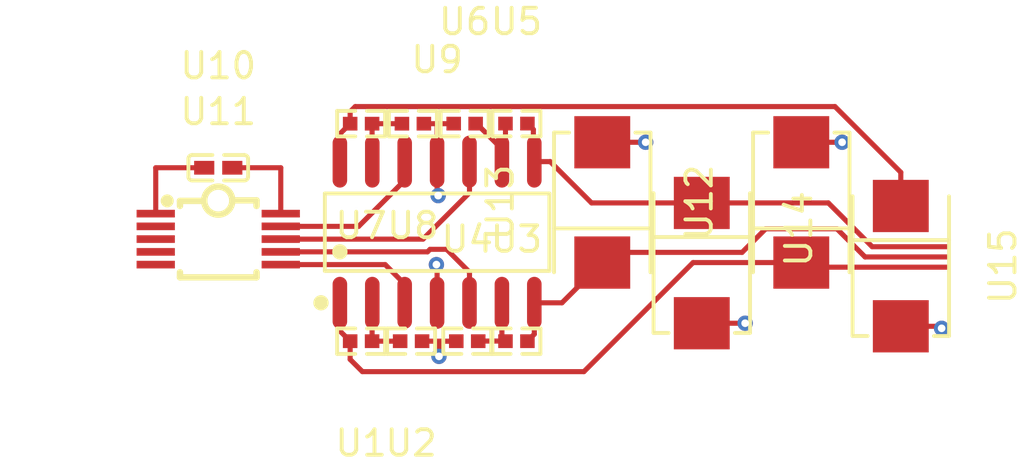
<source format=kicad_pcb>
(kicad_pcb (version 20240108) (generator "pcbnew") (generator_version "8.0")
  (layers (0 "F.Cu" signal) (31 "B.Cu" signal) (34 "B.Paste" user) (35 "F.Paste" user) (36 "B.SilkS" user "B.Silkscreen") (37 "F.SilkS" user "F.Silkscreen") (38 "B.Mask" user) (39 "F.Mask" user) (44 "Edge.Cuts" user))
  (net 0 "")
  (net 1 "line-1")
  (net 2 "input_1")
  (net 3 "hv-1")
  (net 4 "negative_terminal_1")
  (net 5 "output_terminal_1")
  (net 6 "output_terminal_2")
  (net 7 "input_4")
  (net 8 "negative_terminal_4")
  (net 9 "negative_terminal_2")
  (net 10 "negative_terminal_3")
  (net 11 "gnd-1")
  (net 12 "input_2")
  (net 13 "input_3")
  (net 14 "output_terminal_3")
  (net 15 "output_terminal_4")
  (net 16 "hv")
  (net 17 "LDACh")
  (net 18 "RDY_BSYh")
  (net 19 "line")
  (net 20 "gnd")
  (footprint "atopile:SMB_L4.6-W3.6-LS5.3-RD-330cb3" (layer "F.Cu") (at 187 80.06 -90)
    (property "Reference" "U15" (hide yes))
    (property "Value" "")
    (fp_line (start -2.74 1.89) (end 2.74 1.89) (stroke (width 0.15)) (layer "F.SilkS"))
    (fp_line (start 2.74 1.89) (end 2.74 1.3) (stroke (width 0.15)) (layer "F.SilkS"))
    (fp_line (start -2.74 -1.89) (end 2.74 -1.89) (stroke (width 0.15)) (layer "F.SilkS"))
    (fp_line (start -1.02 -1.89) (end -1.02 1.89) (stroke (width 0.15)) (layer "F.SilkS"))
    (fp_line (start 2.74 -1.89) (end 2.74 -1.3) (stroke (width 0.15)) (layer "F.SilkS"))
    (fp_text user "${REFERENCE}" (at 0 -4 90) (layer "F.SilkS"))
    (pad "1" smd rect (at -2.36 0 270) (size 2.05 2.19) (layers "F.Cu" "F.Paste" "F.Mask") (net 15 "output_terminal_4"))
    (pad "2" smd rect (at 2.36 0 270) (size 2.05 2.19) (layers "F.Cu" "F.Paste" "F.Mask") (net 20 "gnd"))
  )
  (footprint "atopile:SMB_L4.6-W3.6-LS5.3-RD-330cb3" (layer "F.Cu") (at 179.2 79.94 -90)
    (property "Reference" "U14" (hide yes))
    (property "Value" "")
    (fp_line (start -2.74 1.89) (end 2.74 1.89) (stroke (width 0.15)) (layer "F.SilkS"))
    (fp_line (start 2.74 1.89) (end 2.74 1.3) (stroke (width 0.15)) (layer "F.SilkS"))
    (fp_line (start -2.74 -1.89) (end 2.74 -1.89) (stroke (width 0.15)) (layer "F.SilkS"))
    (fp_line (start -1.02 -1.89) (end -1.02 1.89) (stroke (width 0.15)) (layer "F.SilkS"))
    (fp_line (start 2.74 -1.89) (end 2.74 -1.3) (stroke (width 0.15)) (layer "F.SilkS"))
    (fp_text user "${REFERENCE}" (at -1.34 -3.8 90) (layer "F.SilkS"))
    (pad "1" smd rect (at -2.36 0 270) (size 2.05 2.19) (layers "F.Cu" "F.Paste" "F.Mask") (net 14 "output_terminal_3"))
    (pad "2" smd rect (at 2.36 0 270) (size 2.05 2.19) (layers "F.Cu" "F.Paste" "F.Mask") (net 20 "gnd"))
  )
  (footprint "atopile:R0402-56259e" (layer "F.Cu") (at 165.849369 74.470678 180)
    (property "Reference" "U7" (hide yes))
    (property "Value" "240kΩ ±1% 62.5mW")
    (fp_line (start 0.94 0.5) (end 0.94 -0.5) (stroke (width 0.15)) (layer "F.SilkS"))
    (fp_line (start 0.94 -0.5) (end 0.23 -0.5) (stroke (width 0.15)) (layer "F.SilkS"))
    (fp_line (start 0.23 0.5) (end 0.94 0.5) (stroke (width 0.15)) (layer "F.SilkS"))
    (fp_line (start -0.23 0.5) (end -0.94 0.5) (stroke (width 0.15)) (layer "F.SilkS"))
    (fp_line (start -0.94 0.5) (end -0.94 -0.5) (stroke (width 0.15)) (layer "F.SilkS"))
    (fp_line (start -0.94 -0.5) (end -0.23 -0.5) (stroke (width 0.15)) (layer "F.SilkS"))
    (fp_text user "${REFERENCE}" (at 0 -4 360) (layer "F.SilkS"))
    (pad "1" smd rect (at -0.43 0 180) (size 0.57 0.54) (layers "F.Cu" "F.Paste" "F.Mask") (net 8 "negative_terminal_4"))
    (pad "2" smd rect (at 0.43 0 180) (size 0.57 0.54) (layers "F.Cu" "F.Paste" "F.Mask") (net 15 "output_terminal_4"))
  )
  (footprint "atopile:C0402-b3ef17" (layer "F.Cu") (at 160.25 76.2 0)
    (property "Reference" "U10" (hide yes))
    (property "Value" "100nF ±10% 16V X7R")
    (fp_line (start -1.17 0.35) (end -1.17 -0.35) (stroke (width 0.15)) (layer "F.SilkS"))
    (fp_line (start -1.02 -0.5) (end -0.23 -0.5) (stroke (width 0.15)) (layer "F.SilkS"))
    (fp_line (start -0.23 0.5) (end -1.02 0.5) (stroke (width 0.15)) (layer "F.SilkS"))
    (fp_line (start 0.23 0.5) (end 1.02 0.5) (stroke (width 0.15)) (layer "F.SilkS"))
    (fp_line (start 1.02 -0.5) (end 0.23 -0.5) (stroke (width 0.15)) (layer "F.SilkS"))
    (fp_line (start 1.17 0.35) (end 1.17 -0.35) (stroke (width 0.15)) (layer "F.SilkS"))
    (fp_arc (start -1.17 -0.35) (mid -1.126066 -0.456066) (end -1.02 -0.5) (stroke (width 0.15)) (layer "F.SilkS"))
    (fp_arc (start -1.02 0.5) (mid -1.126066 0.456066) (end -1.17 0.35) (stroke (width 0.15)) (layer "F.SilkS"))
    (fp_arc (start 1.02 -0.5) (mid 1.126066 -0.456066) (end 1.17 -0.35) (stroke (width 0.15)) (layer "F.SilkS"))
    (fp_arc (start 1.17 0.35) (mid 1.126066 0.456066) (end 1.02 0.5) (stroke (width 0.15)) (layer "F.SilkS"))
    (fp_text user "${REFERENCE}" (at 0 -4 0) (layer "F.SilkS"))
    (pad "1" smd rect (at -0.55 0 0) (size 0.79 0.54) (layers "F.Cu" "F.Paste" "F.Mask") (net 3 "hv-1"))
    (pad "2" smd rect (at 0.55 0 0) (size 0.79 0.54) (layers "F.Cu" "F.Paste" "F.Mask") (net 11 "gnd-1"))
  )
  (footprint "atopile:R0402-56259e" (layer "F.Cu") (at 171.93675 74.466924 0)
    (property "Reference" "U5" (hide yes))
    (property "Value" "240kΩ ±1% 62.5mW")
    (fp_line (start -0.94 -0.5) (end -0.23 -0.5) (stroke (width 0.15)) (layer "F.SilkS"))
    (fp_line (start -0.94 0.5) (end -0.94 -0.5) (stroke (width 0.15)) (layer "F.SilkS"))
    (fp_line (start -0.23 0.5) (end -0.94 0.5) (stroke (width 0.15)) (layer "F.SilkS"))
    (fp_line (start 0.23 0.5) (end 0.94 0.5) (stroke (width 0.15)) (layer "F.SilkS"))
    (fp_line (start 0.94 -0.5) (end 0.23 -0.5) (stroke (width 0.15)) (layer "F.SilkS"))
    (fp_line (start 0.94 0.5) (end 0.94 -0.5) (stroke (width 0.15)) (layer "F.SilkS"))
    (fp_text user "${REFERENCE}" (at 0 -4 360) (layer "F.SilkS"))
    (pad "1" smd rect (at -0.43 0 0) (size 0.57 0.54) (layers "F.Cu" "F.Paste" "F.Mask") (net 10 "negative_terminal_3"))
    (pad "2" smd rect (at 0.43 0 0) (size 0.57 0.54) (layers "F.Cu" "F.Paste" "F.Mask") (net 14 "output_terminal_3"))
  )
  (footprint "atopile:SMB_L4.6-W3.6-LS5.3-RD-330cb3" (layer "F.Cu") (at 175.3 77.56 90)
    (property "Reference" "U13" (hide yes))
    (property "Value" "")
    (fp_line (start 2.74 -1.89) (end 2.74 -1.3) (stroke (width 0.15)) (layer "F.SilkS"))
    (fp_line (start -1.02 -1.89) (end -1.02 1.89) (stroke (width 0.15)) (layer "F.SilkS"))
    (fp_line (start -2.74 -1.89) (end 2.74 -1.89) (stroke (width 0.15)) (layer "F.SilkS"))
    (fp_line (start 2.74 1.89) (end 2.74 1.3) (stroke (width 0.15)) (layer "F.SilkS"))
    (fp_line (start -2.74 1.89) (end 2.74 1.89) (stroke (width 0.15)) (layer "F.SilkS"))
    (fp_text user "${REFERENCE}" (at 0 -4 90) (layer "F.SilkS"))
    (pad "1" smd rect (at -2.36 0 90) (size 2.05 2.19) (layers "F.Cu" "F.Paste" "F.Mask") (net 6 "output_terminal_2"))
    (pad "2" smd rect (at 2.36 0 90) (size 2.05 2.19) (layers "F.Cu" "F.Paste" "F.Mask") (net 20 "gnd"))
  )
  (footprint "atopile:R0402-56259e" (layer "F.Cu") (at 167.878496 74.470678 180)
    (property "Reference" "U8" (hide yes))
    (property "Value" "33kΩ ±1% 62.5mW")
    (fp_line (start 0.94 0.5) (end 0.94 -0.5) (stroke (width 0.15)) (layer "F.SilkS"))
    (fp_line (start 0.94 -0.5) (end 0.23 -0.5) (stroke (width 0.15)) (layer "F.SilkS"))
    (fp_line (start 0.23 0.5) (end 0.94 0.5) (stroke (width 0.15)) (layer "F.SilkS"))
    (fp_line (start -0.23 0.5) (end -0.94 0.5) (stroke (width 0.15)) (layer "F.SilkS"))
    (fp_line (start -0.94 0.5) (end -0.94 -0.5) (stroke (width 0.15)) (layer "F.SilkS"))
    (fp_line (start -0.94 -0.5) (end -0.23 -0.5) (stroke (width 0.15)) (layer "F.SilkS"))
    (fp_text user "${REFERENCE}" (at 0 -4 360) (layer "F.SilkS"))
    (pad "1" smd rect (at -0.43 0 180) (size 0.57 0.54) (layers "F.Cu" "F.Paste" "F.Mask") (net 20 "gnd"))
    (pad "2" smd rect (at 0.43 0 180) (size 0.57 0.54) (layers "F.Cu" "F.Paste" "F.Mask") (net 8 "negative_terminal_4"))
  )
  (footprint "atopile:R0402-56259e" (layer "F.Cu") (at 170.008502 83.004529 0)
    (property "Reference" "U4" (hide yes))
    (property "Value" "33kΩ ±1% 62.5mW")
    (fp_line (start -0.94 -0.5) (end -0.23 -0.5) (stroke (width 0.15)) (layer "F.SilkS"))
    (fp_line (start -0.94 0.5) (end -0.94 -0.5) (stroke (width 0.15)) (layer "F.SilkS"))
    (fp_line (start -0.23 0.5) (end -0.94 0.5) (stroke (width 0.15)) (layer "F.SilkS"))
    (fp_line (start 0.23 0.5) (end 0.94 0.5) (stroke (width 0.15)) (layer "F.SilkS"))
    (fp_line (start 0.94 -0.5) (end 0.23 -0.5) (stroke (width 0.15)) (layer "F.SilkS"))
    (fp_line (start 0.94 0.5) (end 0.94 -0.5) (stroke (width 0.15)) (layer "F.SilkS"))
    (fp_text user "${REFERENCE}" (at 0 -4 360) (layer "F.SilkS"))
    (pad "1" smd rect (at -0.43 0 0) (size 0.57 0.54) (layers "F.Cu" "F.Paste" "F.Mask") (net 20 "gnd"))
    (pad "2" smd rect (at 0.43 0 0) (size 0.57 0.54) (layers "F.Cu" "F.Paste" "F.Mask") (net 9 "negative_terminal_2"))
  )
  (footprint "atopile:R0402-56259e" (layer "F.Cu") (at 169.907623 74.468623 0)
    (property "Reference" "U6" (hide yes))
    (property "Value" "33kΩ ±1% 62.5mW")
    (fp_line (start -0.94 -0.5) (end -0.23 -0.5) (stroke (width 0.15)) (layer "F.SilkS"))
    (fp_line (start -0.94 0.5) (end -0.94 -0.5) (stroke (width 0.15)) (layer "F.SilkS"))
    (fp_line (start -0.23 0.5) (end -0.94 0.5) (stroke (width 0.15)) (layer "F.SilkS"))
    (fp_line (start 0.23 0.5) (end 0.94 0.5) (stroke (width 0.15)) (layer "F.SilkS"))
    (fp_line (start 0.94 -0.5) (end 0.23 -0.5) (stroke (width 0.15)) (layer "F.SilkS"))
    (fp_line (start 0.94 0.5) (end 0.94 -0.5) (stroke (width 0.15)) (layer "F.SilkS"))
    (fp_text user "${REFERENCE}" (at 0 -4 360) (layer "F.SilkS"))
    (pad "1" smd rect (at -0.43 0 0) (size 0.57 0.54) (layers "F.Cu" "F.Paste" "F.Mask") (net 20 "gnd"))
    (pad "2" smd rect (at 0.43 0 0) (size 0.57 0.54) (layers "F.Cu" "F.Paste" "F.Mask") (net 10 "negative_terminal_3"))
  )
  (footprint "atopile:R0402-56259e" (layer "F.Cu") (at 165.849369 83.004529 180)
    (property "Reference" "U1" (hide yes))
    (property "Value" "240kΩ ±1% 62.5mW")
    (fp_line (start 0.94 0.5) (end 0.94 -0.5) (stroke (width 0.15)) (layer "F.SilkS"))
    (fp_line (start 0.94 -0.5) (end 0.23 -0.5) (stroke (width 0.15)) (layer "F.SilkS"))
    (fp_line (start 0.23 0.5) (end 0.94 0.5) (stroke (width 0.15)) (layer "F.SilkS"))
    (fp_line (start -0.23 0.5) (end -0.94 0.5) (stroke (width 0.15)) (layer "F.SilkS"))
    (fp_line (start -0.94 0.5) (end -0.94 -0.5) (stroke (width 0.15)) (layer "F.SilkS"))
    (fp_line (start -0.94 -0.5) (end -0.23 -0.5) (stroke (width 0.15)) (layer "F.SilkS"))
    (fp_text user "${REFERENCE}" (at 0 -4 360) (layer "F.SilkS"))
    (pad "1" smd rect (at -0.43 0 180) (size 0.57 0.54) (layers "F.Cu" "F.Paste" "F.Mask") (net 4 "negative_terminal_1"))
    (pad "2" smd rect (at 0.43 0 180) (size 0.57 0.54) (layers "F.Cu" "F.Paste" "F.Mask") (net 5 "output_terminal_1"))
  )
  (footprint "atopile:MSOP-10_L3.0-W3.0-P0.50-LS5.0-TL-ee3c6b" (layer "F.Cu") (at 160.25 79 0)
    (property "Reference" "U11" (hide yes))
    (property "Value" "")
    (fp_line (start -1.5 -1.3) (end -1.5 -1.5) (stroke (width 0.25)) (layer "F.SilkS"))
    (fp_line (start -1.5 1.5) (end -1.5 1.3) (stroke (width 0.25)) (layer "F.SilkS"))
    (fp_line (start -0.55 -1.5) (end -1.5 -1.5) (stroke (width 0.25)) (layer "F.SilkS"))
    (fp_line (start 1.5 -1.52) (end 0.55 -1.52) (stroke (width 0.25)) (layer "F.SilkS"))
    (fp_line (start 1.5 -1.3) (end 1.5 -1.52) (stroke (width 0.25)) (layer "F.SilkS"))
    (fp_line (start 1.5 1.5) (end -1.5 1.5) (stroke (width 0.25)) (layer "F.SilkS"))
    (fp_line (start 1.5 1.5) (end 1.5 1.3) (stroke (width 0.25)) (layer "F.SilkS"))
    (fp_arc (start -0.550091 -1.5096) (mid 0.550066 -1.515228) (end -0.55 -1.5) (stroke (width 0.25)) (layer "F.SilkS"))
    (fp_circle (center -2 -1.5) (end -1.87 -1.5) (stroke (width 0.25)) (fill none) (layer "F.SilkS"))
    (fp_text user "${REFERENCE}" (at 0 -5 0) (layer "F.SilkS"))
    (pad "1" smd rect (at -2.45 -1 0) (size 1.5 0.3) (layers "F.Cu" "F.Paste" "F.Mask") (net 3 "hv-1"))
    (pad "2" smd rect (at -2.45 -0.5 0) (size 1.5 0.3) (layers "F.Cu" "F.Paste" "F.Mask") (net 19 "line"))
    (pad "3" smd rect (at -2.45 0 0) (size 1.5 0.3) (layers "F.Cu" "F.Paste" "F.Mask") (net 1 "line-1"))
    (pad "4" smd rect (at -2.45 0.5 0) (size 1.5 0.3) (layers "F.Cu" "F.Paste" "F.Mask") (net 17 "LDACh"))
    (pad "5" smd rect (at -2.45 1 0) (size 1.5 0.3) (layers "F.Cu" "F.Paste" "F.Mask") (net 18 "RDY_BSYh"))
    (pad "6" smd rect (at 2.45 1 0) (size 1.5 0.3) (layers "F.Cu" "F.Paste" "F.Mask") (net 2 "input_1"))
    (pad "7" smd rect (at 2.45 0.5 0) (size 1.5 0.3) (layers "F.Cu" "F.Paste" "F.Mask") (net 12 "input_2"))
    (pad "8" smd rect (at 2.45 0 0) (size 1.5 0.3) (layers "F.Cu" "F.Paste" "F.Mask") (net 13 "input_3"))
    (pad "9" smd rect (at 2.45 -0.5 0) (size 1.5 0.3) (layers "F.Cu" "F.Paste" "F.Mask") (net 7 "input_4"))
    (pad "10" smd rect (at 2.45 -1 0) (size 1.5 0.3) (layers "F.Cu" "F.Paste" "F.Mask") (net 11 "gnd-1"))
  )
  (footprint "atopile:R0402-56259e" (layer "F.Cu") (at 171.93675 83.004529 0)
    (property "Reference" "U3" (hide yes))
    (property "Value" "240kΩ ±1% 62.5mW")
    (fp_line (start -0.94 -0.5) (end -0.23 -0.5) (stroke (width 0.15)) (layer "F.SilkS"))
    (fp_line (start -0.94 0.5) (end -0.94 -0.5) (stroke (width 0.15)) (layer "F.SilkS"))
    (fp_line (start -0.23 0.5) (end -0.94 0.5) (stroke (width 0.15)) (layer "F.SilkS"))
    (fp_line (start 0.23 0.5) (end 0.94 0.5) (stroke (width 0.15)) (layer "F.SilkS"))
    (fp_line (start 0.94 -0.5) (end 0.23 -0.5) (stroke (width 0.15)) (layer "F.SilkS"))
    (fp_line (start 0.94 0.5) (end 0.94 -0.5) (stroke (width 0.15)) (layer "F.SilkS"))
    (fp_text user "${REFERENCE}" (at 0 -4 360) (layer "F.SilkS"))
    (pad "1" smd rect (at -0.43 0 0) (size 0.57 0.54) (layers "F.Cu" "F.Paste" "F.Mask") (net 9 "negative_terminal_2"))
    (pad "2" smd rect (at 0.43 0 0) (size 0.57 0.54) (layers "F.Cu" "F.Paste" "F.Mask") (net 6 "output_terminal_2"))
  )
  (footprint "atopile:R0402-56259e" (layer "F.Cu") (at 167.808502 83.004529 180)
    (property "Reference" "U2" (hide yes))
    (property "Value" "33kΩ ±1% 62.5mW")
    (fp_line (start 0.94 0.5) (end 0.94 -0.5) (stroke (width 0.15)) (layer "F.SilkS"))
    (fp_line (start 0.94 -0.5) (end 0.23 -0.5) (stroke (width 0.15)) (layer "F.SilkS"))
    (fp_line (start 0.23 0.5) (end 0.94 0.5) (stroke (width 0.15)) (layer "F.SilkS"))
    (fp_line (start -0.23 0.5) (end -0.94 0.5) (stroke (width 0.15)) (layer "F.SilkS"))
    (fp_line (start -0.94 0.5) (end -0.94 -0.5) (stroke (width 0.15)) (layer "F.SilkS"))
    (fp_line (start -0.94 -0.5) (end -0.23 -0.5) (stroke (width 0.15)) (layer "F.SilkS"))
    (fp_text user "${REFERENCE}" (at 0 -4 360) (layer "F.SilkS"))
    (pad "1" smd rect (at -0.43 0 180) (size 0.57 0.54) (layers "F.Cu" "F.Paste" "F.Mask") (net 20 "gnd"))
    (pad "2" smd rect (at 0.43 0 180) (size 0.57 0.54) (layers "F.Cu" "F.Paste" "F.Mask") (net 4 "negative_terminal_1"))
  )
  (footprint "atopile:SOIC-14_L8.7-W3.9-P1.27-LS6.0-BL-988152" (layer "F.Cu") (at 168.826751 78.729318 0)
    (property "Reference" "U9" (hide yes))
    (property "Value" "")
    (fp_line (start -4.4 -1.52) (end 4.4 -1.52) (stroke (width 0.15)) (layer "F.SilkS"))
    (fp_line (start -4.4 1.52) (end -4.4 -1.52) (stroke (width 0.15)) (layer "F.SilkS"))
    (fp_line (start 4.4 -1.52) (end 4.4 1.52) (stroke (width 0.15)) (layer "F.SilkS"))
    (fp_line (start 4.4 1.52) (end -4.4 1.52) (stroke (width 0.15)) (layer "F.SilkS"))
    (fp_circle (center -4.55 2.77) (end -4.4 2.77) (stroke (width 0.3)) (fill none) (layer "F.SilkS"))
    (fp_circle (center -3.81 0.77) (end -3.66 0.77) (stroke (width 0.3)) (fill none) (layer "F.SilkS"))
    (fp_text user "${REFERENCE}" (at 0 -6.77 360) (layer "F.SilkS"))
    (pad "1" smd oval (at -3.81 2.77 0) (size 0.57 2.04) (layers "F.Cu" "F.Paste" "F.Mask") (net 5 "output_terminal_1"))
    (pad "2" smd oval (at -2.54 2.77 0) (size 0.57 2.04) (layers "F.Cu" "F.Paste" "F.Mask") (net 4 "negative_terminal_1"))
    (pad "3" smd oval (at -1.27 2.77 0) (size 0.57 2.04) (layers "F.Cu" "F.Paste" "F.Mask") (net 2 "input_1"))
    (pad "4" smd oval (at 0 2.77 0) (size 0.57 2.04) (layers "F.Cu" "F.Paste" "F.Mask") (net 16 "hv"))
    (pad "5" smd oval (at 1.27 2.77 0) (size 0.57 2.04) (layers "F.Cu" "F.Paste" "F.Mask") (net 12 "input_2"))
    (pad "6" smd oval (at 2.54 2.77 0) (size 0.57 2.04) (layers "F.Cu" "F.Paste" "F.Mask") (net 9 "negative_terminal_2"))
    (pad "7" smd oval (at 3.81 2.77 0) (size 0.57 2.04) (layers "F.Cu" "F.Paste" "F.Mask") (net 6 "output_terminal_2"))
    (pad "8" smd oval (at 3.81 -2.77 0) (size 0.57 2.04) (layers "F.Cu" "F.Paste" "F.Mask") (net 14 "output_terminal_3"))
    (pad "9" smd oval (at 2.54 -2.77 0) (size 0.57 2.04) (layers "F.Cu" "F.Paste" "F.Mask") (net 10 "negative_terminal_3"))
    (pad "10" smd oval (at 1.27 -2.77 0) (size 0.57 2.04) (layers "F.Cu" "F.Paste" "F.Mask") (net 13 "input_3"))
    (pad "11" smd oval (at 0 -2.77 0) (size 0.57 2.04) (layers "F.Cu" "F.Paste" "F.Mask") (net 20 "gnd"))
    (pad "12" smd oval (at -1.27 -2.77 0) (size 0.57 2.04) (layers "F.Cu" "F.Paste" "F.Mask") (net 7 "input_4"))
    (pad "13" smd oval (at -2.54 -2.77 0) (size 0.57 2.04) (layers "F.Cu" "F.Paste" "F.Mask") (net 8 "negative_terminal_4"))
    (pad "14" smd oval (at -3.81 -2.77 0) (size 0.57 2.04) (layers "F.Cu" "F.Paste" "F.Mask") (net 15 "output_terminal_4"))
  )
  (footprint "atopile:SMB_L4.6-W3.6-LS5.3-RD-330cb3" (layer "F.Cu") (at 183.1 77.56 90)
    (property "Reference" "U12" (hide yes))
    (property "Value" "")
    (fp_line (start 2.74 -1.89) (end 2.74 -1.3) (stroke (width 0.15)) (layer "F.SilkS"))
    (fp_line (start -1.02 -1.89) (end -1.02 1.89) (stroke (width 0.15)) (layer "F.SilkS"))
    (fp_line (start -2.74 -1.89) (end 2.74 -1.89) (stroke (width 0.15)) (layer "F.SilkS"))
    (fp_line (start 2.74 1.89) (end 2.74 1.3) (stroke (width 0.15)) (layer "F.SilkS"))
    (fp_line (start -2.74 1.89) (end 2.74 1.89) (stroke (width 0.15)) (layer "F.SilkS"))
    (fp_text user "${REFERENCE}" (at 0 -4 90) (layer "F.SilkS"))
    (pad "1" smd rect (at -2.36 0 90) (size 2.05 2.19) (layers "F.Cu" "F.Paste" "F.Mask") (net 5 "output_terminal_1"))
    (pad "2" smd rect (at 2.36 0 90) (size 2.05 2.19) (layers "F.Cu" "F.Paste" "F.Mask") (net 20 "gnd"))
  )
  (via (at 168.8 80) (size 0.6) (drill 0.3) (net 16) (layers "F.Cu" "B.Cu"))
  (via (at 180.9 82.3) (size 0.6) (drill 0.3) (net 20) (layers "F.Cu" "B.Cu"))
  (via (at 177 75.2) (size 0.6) (drill 0.3) (net 20) (layers "F.Cu" "B.Cu"))
  (via (at 188.6 82.5) (size 0.6) (drill 0.3) (net 20) (layers "F.Cu" "B.Cu"))
  (via (at 184.7 75.2) (size 0.6) (drill 0.3) (net 20) (layers "F.Cu" "B.Cu"))
  (via (at 168.868876 77.29421) (size 0.6) (drill 0.3) (net 20) (layers "F.Cu" "B.Cu"))
  (via (at 168.9 83.6) (size 0.6) (drill 0.3) (net 20) (layers "F.Cu" "B.Cu"))
  (segment (start 166.792433 80) (end 167.556751 80.764318) (width 0.2) (layer "F.Cu") (net 2))
  (segment (start 167.556751 80.764318) (end 167.556751 81.499318) (width 0.2) (layer "F.Cu") (net 2))
  (segment (start 162.7 80) (end 166.792433 80) (width 0.2) (layer "F.Cu") (net 2))
  (segment (start 159.7 76.2) (end 157.8 76.2) (width 0.2) (layer "F.Cu") (net 3))
  (segment (start 157.8 76.2) (end 157.8 78) (width 0.2) (layer "F.Cu") (net 3))
  (segment (start 166.279369 83.004529) (end 166.279369 81.0067) (width 0.2) (layer "F.Cu") (net 4))
  (segment (start 166.279369 83.004529) (end 167.448496 83.004529) (width 0.2) (layer "F.Cu") (net 4))
  (segment (start 166.279369 81.0067) (end 166.286751 80.999318) (width 0.2) (layer "F.Cu") (net 4))
  (segment (start 183.28 80.1) (end 188.8 80.1) (width 0.2) (layer "F.Cu") (net 5))
  (segment (start 165.419369 83.004529) (end 165.419369 83.719369) (width 0.2) (layer "F.Cu") (net 5))
  (segment (start 165.419369 83.719369) (end 165.9 84.2) (width 0.2) (layer "F.Cu") (net 5))
  (segment (start 165.016751 82.601911) (end 165.419369 83.004529) (width 0.2) (layer "F.Cu") (net 5))
  (segment (start 183.1 79.92) (end 183.28 80.1) (width 0.2) (layer "F.Cu") (net 5))
  (segment (start 165.9 84.2) (end 174.58 84.2) (width 0.2) (layer "F.Cu") (net 5))
  (segment (start 165.016751 80.999318) (end 165.016751 82.601911) (width 0.2) (layer "F.Cu") (net 5))
  (segment (start 174.58 84.2) (end 178.86 79.92) (width 0.2) (layer "F.Cu") (net 5))
  (segment (start 178.86 79.92) (end 183.1 79.92) (width 0.2) (layer "F.Cu") (net 5))
  (segment (start 175.3 79.92) (end 175.7 79.52) (width 0.2) (layer "F.Cu") (net 6))
  (segment (start 172.636751 80.999318) (end 172.636751 82.729318) (width 0.2) (layer "F.Cu") (net 6))
  (segment (start 175.7 79.52) (end 180.78 79.52) (width 0.2) (layer "F.Cu") (net 6))
  (segment (start 184.495 78.595) (end 185.6 79.7) (width 0.2) (layer "F.Cu") (net 6))
  (segment (start 173.720682 81.499318) (end 172.636751 81.499318) (width 0.2) (layer "F.Cu") (net 6))
  (segment (start 172.636751 82.729318) (end 172.366751 82.999318) (width 0.2) (layer "F.Cu") (net 6))
  (segment (start 180.78 79.52) (end 181.705 78.595) (width 0.2) (layer "F.Cu") (net 6))
  (segment (start 175.3 79.92) (end 173.720682 81.499318) (width 0.2) (layer "F.Cu") (net 6))
  (segment (start 181.705 78.595) (end 184.495 78.595) (width 0.2) (layer "F.Cu") (net 6))
  (segment (start 185.6 79.7) (end 188.8 79.7) (width 0.2) (layer "F.Cu") (net 6))
  (segment (start 167.556751 75.959318) (end 167.556751 76.694318) (width 0.2) (layer "F.Cu") (net 7))
  (segment (start 167.556751 76.694318) (end 165.751069 78.5) (width 0.2) (layer "F.Cu") (net 7))
  (segment (start 165.751069 78.5) (end 162.7 78.5) (width 0.2) (layer "F.Cu") (net 7))
  (segment (start 166.279369 74.470678) (end 166.279369 75.951936) (width 0.2) (layer "F.Cu") (net 8))
  (segment (start 166.279369 75.951936) (end 166.286751 75.959318) (width 0.2) (layer "F.Cu") (net 8))
  (segment (start 166.279369 74.470678) (end 167.448496 74.470678) (width 0.2) (layer "F.Cu") (net 8))
  (segment (start 171.506751 82.999318) (end 170.372576 82.999318) (width 0.2) (layer "F.Cu") (net 9))
  (segment (start 171.366751 80.999318) (end 171.366751 82.859318) (width 0.2) (layer "F.Cu") (net 9))
  (segment (start 171.366751 82.859318) (end 171.506751 82.999318) (width 0.2) (layer "F.Cu") (net 9))
  (segment (start 171.506751 81.139318) (end 171.366751 80.999318) (width 0.2) (layer "F.Cu") (net 9))
  (segment (start 171.366751 75.462214) (end 171.366751 75.959318) (width 0.2) (layer "F.Cu") (net 10))
  (segment (start 171.50675 75.819319) (end 171.366751 75.959318) (width 0.2) (layer "F.Cu") (net 10))
  (segment (start 170.37316 74.468623) (end 171.366751 75.462214) (width 0.2) (layer "F.Cu") (net 10))
  (segment (start 171.50675 74.466924) (end 171.50675 75.819319) (width 0.2) (layer "F.Cu") (net 10))
  (segment (start 170.337623 74.468623) (end 170.37316 74.468623) (width 0.2) (layer "F.Cu") (net 10))
  (segment (start 162.7 78) (end 162.6 78) (width 0.2) (layer "F.Cu") (net 11))
  (segment (start 160.8 76.2) (end 162.7 76.2) (width 0.2) (layer "F.Cu") (net 11))
  (segment (start 162.7 76.2) (end 162.7 78) (width 0.2) (layer "F.Cu") (net 11))
  (segment (start 169.2 79.4) (end 170.096751 80.296751) (width 0.2) (layer "F.Cu") (net 12))
  (segment (start 162.7 79.5) (end 168.451471 79.5) (width 0.2) (layer "F.Cu") (net 12))
  (segment (start 170.096751 80.296751) (end 170.096751 81.499318) (width 0.2) (layer "F.Cu") (net 12))
  (segment (start 168.451471 79.5) (end 168.551471 79.4) (width 0.2) (layer "F.Cu") (net 12))
  (segment (start 168.551471 79.4) (end 169.2 79.4) (width 0.2) (layer "F.Cu") (net 12))
  (segment (start 170.096751 77.179318) (end 170.096751 75.959318) (width 0.2) (layer "F.Cu") (net 13))
  (segment (start 168.276069 79) (end 170.096751 77.179318) (width 0.2) (layer "F.Cu") (net 13))
  (segment (start 162.7 79) (end 168.276069 79) (width 0.2) (layer "F.Cu") (net 13))
  (segment (start 172.636751 75.959318) (end 173.259318 75.959318) (width 0.2) (layer "F.Cu") (net 14))
  (segment (start 179.2 77.58) (end 184.16 77.58) (width 0.2) (layer "F.Cu") (net 14))
  (segment (start 172.6 74.700174) (end 172.6 75.922567) (width 0.2) (layer "F.Cu") (net 14))
  (segment (start 173.259318 75.959318) (end 174.88 77.58) (width 0.2) (layer "F.Cu") (net 14))
  (segment (start 184.16 77.58) (end 185.88 79.3) (width 0.2) (layer "F.Cu") (net 14))
  (segment (start 185.88 79.3) (end 188.8 79.3) (width 0.2) (layer "F.Cu") (net 14))
  (segment (start 172.6 75.922567) (end 172.636751 75.959318) (width 0.2) (layer "F.Cu") (net 14))
  (segment (start 172.36675 74.466924) (end 172.6 74.700174) (width 0.2) (layer "F.Cu") (net 14))
  (segment (start 174.88 77.58) (end 179.2 77.58) (width 0.2) (layer "F.Cu") (net 14))
  (segment (start 165.016751 74.873296) (end 165.419369 74.470678) (width 0.2) (layer "F.Cu") (net 15))
  (segment (start 165.016751 75.649318) (end 164.866751 75.499318) (width 0.2) (layer "F.Cu") (net 15))
  (segment (start 187 76.38) (end 187 77.7) (width 0.2) (layer "F.Cu") (net 15))
  (segment (start 184.42 73.8) (end 187 76.38) (width 0.2) (layer "F.Cu") (net 15))
  (segment (start 165.016751 75.959318) (end 165.016751 75.649318) (width 0.2) (layer "F.Cu") (net 15))
  (segment (start 165.016751 75.959318) (end 165.016751 74.873296) (width 0.2) (layer "F.Cu") (net 15))
  (segment (start 165.419369 74.470678) (end 165.419369 74.000678) (width 0.2) (layer "F.Cu") (net 15))
  (segment (start 165.419369 74.000678) (end 165.620047 73.8) (width 0.2) (layer "F.Cu") (net 15))
  (segment (start 165.620047 73.8) (end 184.42 73.8) (width 0.2) (layer "F.Cu") (net 15))
  (segment (start 168.826751 80.026751) (end 168.8 80) (width 0.2) (layer "F.Cu") (net 16))
  (segment (start 168.826751 81.499318) (end 168.826751 80.026751) (width 0.2) (layer "F.Cu") (net 16))
  (segment (start 168.926325 75.359744) (end 168.826751 75.459318) (width 0.2) (layer "F.Cu") (net 20))
  (segment (start 168.238502 83.004529) (end 169.578502 83.004529) (width 0.2) (layer "F.Cu") (net 20))
  (segment (start 168.826751 75.167003) (end 168.826751 75.459318) (width 0.2) (layer "F.Cu") (net 20))
  (segment (start 168.868876 77.29421) (end 168.826751 77.252085) (width 0.2) (layer "F.Cu") (net 20))
  (segment (start 168.866751 74.470678) (end 168.826751 74.510678) (width 0.2) (layer "F.Cu") (net 20))
  (segment (start 168.9 83.6) (end 168.9 83.004529) (width 0.2) (layer "F.Cu") (net 20))
  (segment (start 168.826751 74.510678) (end 168.826751 75.959318) (width 0.2) (layer "F.Cu") (net 20))
  (segment (start 168.866751 74.470678) (end 169.475568 74.470678) (width 0.2) (layer "F.Cu") (net 20))
  (segment (start 168.826751 75.459318) (end 168.826751 76.568536) (width 0.2) (layer "F.Cu") (net 20))
  (segment (start 187 82.42) (end 188.52 82.42) (width 0.2) (layer "F.Cu") (net 20))
  (segment (start 183.1 75.2) (end 184.7 75.2) (width 0.2) (layer "F.Cu") (net 20))
  (segment (start 168.826751 77.252085) (end 168.826751 75.959318) (width 0.2) (layer "F.Cu") (net 20))
  (segment (start 169.475568 74.470678) (end 169.477623 74.468623) (width 0.2) (layer "F.Cu") (net 20))
  (segment (start 179.2 82.3) (end 180.9 82.3) (width 0.2) (layer "F.Cu") (net 20))
  (segment (start 175.3 75.2) (end 177 75.2) (width 0.2) (layer "F.Cu") (net 20))
  (segment (start 168.308496 74.470678) (end 168.866751 74.470678) (width 0.2) (layer "F.Cu") (net 20))
  (segment (start 188.52 82.42) (end 188.6 82.5) (width 0.2) (layer "F.Cu") (net 20))
  (segment (start 168.9 83.004529) (end 169.578502 83.004529) (width 0.2) (layer "F.Cu") (net 20))
)
</source>
